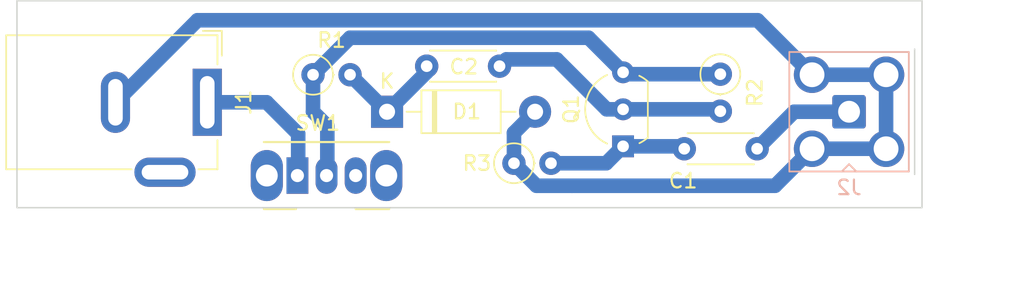
<source format=kicad_pcb>
(kicad_pcb (version 20221018) (generator pcbnew)
  (layers (0 "F.Cu" signal) (31 "B.Cu" signal) (34 "B.Paste" user) (35 "F.Paste" user) (36 "B.SilkS" user "B.Silkscreen") (37 "F.SilkS" user "F.Silkscreen") (38 "B.Mask" user) (39 "F.Mask" user) (44 "Edge.Cuts" user))
  (net 0 "")
  (net 1 "Net-(J2-In)")
  (net 2 "Net-(Q1-E)")
  (net 3 "Net-(Q1-B)")
  (net 4 "Net-(D1-K)")
  (net 5 "GNDD")
  (net 6 "Net-(SW1-A)")
  (net 7 "Net-(Q1-C)")
  (footprint "Diode_THT:D_DO-41_SOD81_P10.16mm_Horizontal" (layer "F.Cu") (at 60.96 71.12)
    (fp_text reference "D1" (at 5.470499 -0.008976) (layer "F.SilkS"))
    (fp_text value "1N4739A")
    (fp_text user "K" (at 0 -2.1) (layer "F.SilkS"))
    (fp_line (start 1.34 0) (end 2.36 0) (stroke (width 0.12)) (layer "F.SilkS"))
    (fp_line (start 2.36 -1.47) (end 2.36 1.47) (stroke (width 0.12)) (layer "F.SilkS"))
    (fp_line (start 2.36 1.47) (end 7.8 1.47) (stroke (width 0.12)) (layer "F.SilkS"))
    (fp_line (start 3.14 -1.47) (end 3.14 1.47) (stroke (width 0.12)) (layer "F.SilkS"))
    (fp_line (start 3.26 -1.47) (end 3.26 1.47) (stroke (width 0.12)) (layer "F.SilkS"))
    (fp_line (start 3.38 -1.47) (end 3.38 1.47) (stroke (width 0.12)) (layer "F.SilkS"))
    (fp_line (start 7.8 -1.47) (end 2.36 -1.47) (stroke (width 0.12)) (layer "F.SilkS"))
    (fp_line (start 7.8 1.47) (end 7.8 -1.47) (stroke (width 0.12)) (layer "F.SilkS"))
    (fp_line (start 8.82 0) (end 7.8 0) (stroke (width 0.12)) (layer "F.SilkS"))
    (pad "1" thru_hole rect (at 0 0) (size 2.2 2.2) (drill 1.1) (layers "*.Cu" "*.Mask") (net 4 "Net-(D1-K)"))
    (pad "2" thru_hole oval (at 10.16 0) (size 2.2 2.2) (drill 1.1) (layers "*.Cu" "*.Mask") (net 5 "GNDD"))
  )
  (footprint "Capacitor_THT:C_Disc_D4.3mm_W1.9mm_P5.00mm" (layer "F.Cu") (at 68.680114 67.991436 180)
    (fp_text reference "C2" (at 2.451025 -0.043203) (layer "F.SilkS"))
    (fp_text value "10nF")
    (fp_line (start 0.23 -1.07) (end 0.23 -1.055) (stroke (width 0.12)) (layer "F.SilkS"))
    (fp_line (start 0.23 -1.07) (end 4.77 -1.07) (stroke (width 0.12)) (layer "F.SilkS"))
    (fp_line (start 0.23 1.055) (end 0.23 1.07) (stroke (width 0.12)) (layer "F.SilkS"))
    (fp_line (start 0.23 1.07) (end 4.77 1.07) (stroke (width 0.12)) (layer "F.SilkS"))
    (fp_line (start 4.77 -1.07) (end 4.77 -1.055) (stroke (width 0.12)) (layer "F.SilkS"))
    (fp_line (start 4.77 1.055) (end 4.77 1.07) (stroke (width 0.12)) (layer "F.SilkS"))
    (pad "1" thru_hole circle (at 0 0 180) (size 1.6 1.6) (drill 0.8) (layers "*.Cu" "*.Mask") (net 3 "Net-(Q1-B)"))
    (pad "2" thru_hole circle (at 5 0 180) (size 1.6 1.6) (drill 0.8) (layers "*.Cu" "*.Mask") (net 4 "Net-(D1-K)"))
  )
  (footprint "Button_Switch_THT:SW_CuK_OS102011MA1QN1_SPDT_Angled" (layer "F.Cu") (at 54.807154 75.499777)
    (fp_text reference "SW1" (at 1.4 -3.6) (layer "F.SilkS"))
    (fp_text value "PWR")
    (fp_line (start -2.3 -2.3) (end 6.3 -2.3) (stroke (width 0.15)) (layer "F.SilkS"))
    (fp_line (start -2.3 2.3) (end -0.1 2.3) (stroke (width 0.15)) (layer "F.SilkS"))
    (fp_line (start 4 2.3) (end 6.3 2.3) (stroke (width 0.15)) (layer "F.SilkS"))
    (pad "" thru_hole oval (at -2.1 0) (size 2.2 3.5) (drill 1.5) (layers "*.Cu" "*.Mask"))
    (pad "" thru_hole oval (at 6.1 0) (size 2.2 3.5) (drill 1.5) (layers "*.Cu" "*.Mask"))
    (pad "1" thru_hole rect (at 0 0) (size 1.5 2.5) (drill 0.9) (layers "*.Cu" "*.Mask") (net 6 "Net-(SW1-A)"))
    (pad "2" thru_hole oval (at 2 0) (size 1.5 2.5) (drill 0.9) (layers "*.Cu" "*.Mask") (net 7 "Net-(Q1-C)"))
    (pad "3" thru_hole oval (at 4 0) (size 1.5 2.5) (drill 0.9) (layers "*.Cu" "*.Mask"))
  )
  (footprint "Resistor_THT:R_Axial_DIN0207_L6.3mm_D2.5mm_P2.54mm_Vertical" (layer "F.Cu") (at 55.88 68.58)
    (fp_text reference "R1" (at 1.27 -2.37) (layer "F.SilkS"))
    (fp_text value "26k")
    (fp_line (start 1.37 0) (end 1.44 0) (stroke (width 0.12)) (layer "F.SilkS"))
    (fp_circle (center 0 0) (end 1.37 0) (stroke (width 0.12)) (fill none) (layer "F.SilkS"))
    (pad "1" thru_hole circle (at 0 0) (size 1.6 1.6) (drill 0.8) (layers "*.Cu" "*.Mask") (net 7 "Net-(Q1-C)"))
    (pad "2" thru_hole oval (at 2.54 0) (size 1.6 1.6) (drill 0.8) (layers "*.Cu" "*.Mask") (net 4 "Net-(D1-K)"))
  )
  (footprint "Resistor_THT:R_Axial_DIN0207_L6.3mm_D2.5mm_P2.54mm_Vertical" (layer "F.Cu") (at 69.670721 74.653668)
    (fp_text reference "R3" (at -2.54 0) (layer "F.SilkS"))
    (fp_text value "820")
    (fp_line (start 1.37 0) (end 1.44 0) (stroke (width 0.12)) (layer "F.SilkS"))
    (fp_circle (center 0 0) (end 1.37 0) (stroke (width 0.12)) (fill none) (layer "F.SilkS"))
    (pad "1" thru_hole circle (at 0 0) (size 1.6 1.6) (drill 0.8) (layers "*.Cu" "*.Mask") (net 5 "GNDD"))
    (pad "2" thru_hole oval (at 2.54 0) (size 1.6 1.6) (drill 0.8) (layers "*.Cu" "*.Mask") (net 2 "Net-(Q1-E)"))
  )
  (footprint "Package_TO_SOT_THT:TO-92L_Inline_Wide" (layer "F.Cu") (at 77.15944 73.492511 90)
    (fp_text reference "Q1" (at 2.54 -3.56 90) (layer "F.SilkS"))
    (fp_text value "2N3904")
    (fp_line (start 0.6 1.7) (end 4.45 1.7) (stroke (width 0.12)) (layer "F.SilkS"))
    (fp_arc (start 0.1836 -1.098807) (mid 1.143021 -2.192817) (end 2.54 -2.6) (stroke (width 0.12)) (layer "F.SilkS"))
    (fp_arc (start 0.6 1.7) (mid 0.389183 1.423933) (end 0.217369 1.122045) (stroke (width 0.12)) (layer "F.SilkS"))
    (fp_arc (start 2.54 -2.6) (mid 3.936979 -2.192818) (end 4.8964 -1.098807) (stroke (width 0.12)) (layer "F.SilkS"))
    (fp_arc (start 4.842383 1.112264) (mid 4.666594 1.419753) (end 4.45 1.7) (stroke (width 0.12)) (layer "F.SilkS"))
    (pad "1" thru_hole rect (at 0 0 90) (size 1.5 1.5) (drill 0.8) (layers "*.Cu" "*.Mask") (net 2 "Net-(Q1-E)"))
    (pad "2" thru_hole circle (at 2.54 0 90) (size 1.5 1.5) (drill 0.8) (layers "*.Cu" "*.Mask") (net 3 "Net-(Q1-B)"))
    (pad "3" thru_hole circle (at 5.08 0 90) (size 1.5 1.5) (drill 0.8) (layers "*.Cu" "*.Mask") (net 7 "Net-(Q1-C)"))
  )
  (footprint "Capacitor_THT:C_Disc_D4.3mm_W1.9mm_P5.00mm" (layer "F.Cu") (at 86.36 73.66 180)
    (fp_text reference "C1" (at 5.08 -2.2) (layer "F.SilkS"))
    (fp_text value "10nF")
    (fp_line (start 0.23 -1.07) (end 0.23 -1.055) (stroke (width 0.12)) (layer "F.SilkS"))
    (fp_line (start 0.23 -1.07) (end 4.77 -1.07) (stroke (width 0.12)) (layer "F.SilkS"))
    (fp_line (start 0.23 1.055) (end 0.23 1.07) (stroke (width 0.12)) (layer "F.SilkS"))
    (fp_line (start 0.23 1.07) (end 4.77 1.07) (stroke (width 0.12)) (layer "F.SilkS"))
    (fp_line (start 4.77 -1.07) (end 4.77 -1.055) (stroke (width 0.12)) (layer "F.SilkS"))
    (fp_line (start 4.77 1.055) (end 4.77 1.07) (stroke (width 0.12)) (layer "F.SilkS"))
    (pad "1" thru_hole circle (at 0 0 180) (size 1.6 1.6) (drill 0.8) (layers "*.Cu" "*.Mask") (net 1 "Net-(J2-In)"))
    (pad "2" thru_hole circle (at 5 0 180) (size 1.6 1.6) (drill 0.8) (layers "*.Cu" "*.Mask") (net 2 "Net-(Q1-E)"))
  )
  (footprint "Resistor_THT:R_Axial_DIN0207_L6.3mm_D2.5mm_P2.54mm_Vertical" (layer "F.Cu") (at 83.834298 68.54212 -90)
    (fp_text reference "R2" (at 1.27 -2.37 90) (layer "F.SilkS"))
    (fp_text value "100k")
    (fp_line (start 1.37 0) (end 1.44 0) (stroke (width 0.12)) (layer "F.SilkS"))
    (fp_circle (center 0 0) (end 1.37 0) (stroke (width 0.12)) (fill none) (layer "F.SilkS"))
    (pad "1" thru_hole circle (at 0 0 270) (size 1.6 1.6) (drill 0.8) (layers "*.Cu" "*.Mask") (net 7 "Net-(Q1-C)"))
    (pad "2" thru_hole oval (at 2.54 0 270) (size 1.6 1.6) (drill 0.8) (layers "*.Cu" "*.Mask") (net 3 "Net-(Q1-B)"))
  )
  (footprint "Connector_BarrelJack:BarrelJack_GCT_DCJ200-10-A_Horizontal" (layer "F.Cu") (at 48.62 70.47 -90)
    (fp_text reference "J1" (at 0 -2.5 90) (layer "F.SilkS"))
    (fp_text value "12VDC")
    (fp_line (start -4.9 -1) (end -4.9 0.3) (stroke (width 0.12)) (layer "F.SilkS"))
    (fp_line (start -4.6 -0.7) (end -2.6 -0.7) (stroke (width 0.12)) (layer "F.SilkS"))
    (fp_line (start -4.6 13.8) (end -4.6 -0.7) (stroke (width 0.12)) (layer "F.SilkS"))
    (fp_line (start -3.2 -1) (end -4.9 -1) (stroke (width 0.12)) (layer "F.SilkS"))
    (fp_line (start 2.6 -0.7) (end 4.6 -0.7) (stroke (width 0.12)) (layer "F.SilkS"))
    (fp_line (start 4.6 -0.7) (end 4.6 0.6) (stroke (width 0.12)) (layer "F.SilkS"))
    (fp_line (start 4.6 5.2) (end 4.6 13.8) (stroke (width 0.12)) (layer "F.SilkS"))
    (fp_line (start 4.6 13.8) (end -4.6 13.8) (stroke (width 0.12)) (layer "F.SilkS"))
    (pad "1" thru_hole rect (at 0 0 270) (size 4.6 2) (drill oval 3.6 1) (layers "*.Cu" "*.Mask") (net 6 "Net-(SW1-A)"))
    (pad "2" thru_hole oval (at 0 6.3 270) (size 4.2 2) (drill oval 3.2 1) (layers "*.Cu" "*.Mask") (net 5 "GNDD"))
    (pad "3" thru_hole oval (at 4.8 2.9 270) (size 2 4.2) (drill oval 1 3.2) (layers "*.Cu" "*.Mask"))
  )
  (footprint "Connector_Coaxial:SMA_Amphenol_901-143_Horizontal" (layer "B.Cu") (at 92.67 71.12 90)
    (fp_text reference "J2" (at -5.2 0) (layer "B.SilkS") (effects (justify mirror)))
    (fp_text value "OUT")
    (fp_line (start -4.1 -4.1) (end 4.1 -4.1) (stroke (width 0.12)) (layer "B.SilkS"))
    (fp_line (start -4.1 -0.5) (end -3.6 0) (stroke (width 0.12)) (layer "B.SilkS"))
    (fp_line (start -4.1 4.1) (end -4.1 -4.1) (stroke (width 0.12)) (layer "B.SilkS"))
    (fp_line (start -4.1 4.1) (end 4.1 4.1) (stroke (width 0.12)) (layer "B.SilkS"))
    (fp_line (start -3.6 0) (end -4.1 0.5) (stroke (width 0.12)) (layer "B.SilkS"))
    (fp_line (start 4.1 4.1) (end 4.1 -4.1) (stroke (width 0.12)) (layer "B.SilkS"))
    (fp_line (start 4.3 4.5) (end -4.3 4.5) (stroke (width 0.1)) (layer "Edge.Cuts"))
    (pad "1" thru_hole roundrect (at 0 0 90) (size 2.3 2.3) (drill 1.5) (layers "*.Cu" "*.Mask") (roundrect_rratio 0.087) (net 1 "Net-(J2-In)"))
    (pad "2" thru_hole circle (at -2.54 -2.54 90) (size 2.5 2.5) (drill 1.7) (layers "*.Cu" "*.Mask") (net 5 "GNDD"))
    (pad "2" thru_hole circle (at -2.54 2.54 90) (size 2.5 2.5) (drill 1.7) (layers "*.Cu" "*.Mask") (net 5 "GNDD"))
    (pad "2" thru_hole circle (at 2.54 -2.54 90) (size 2.5 2.5) (drill 1.7) (layers "*.Cu" "*.Mask") (net 5 "GNDD"))
    (pad "2" thru_hole circle (at 2.54 2.54 90) (size 2.5 2.5) (drill 1.7) (layers "*.Cu" "*.Mask") (net 5 "GNDD"))
  )
  (gr_rect (start 35.56 63.5) (end 97.677198 77.703128) (stroke (width 0.1)) (fill none) (layer "Edge.Cuts"))
  (segment (start 86.36 73.66) (end 88.9 71.12) (width 1) (layer "B.Cu") (net 1))
  (segment (start 88.9 71.12) (end 92.67 71.12) (width 1) (layer "B.Cu") (net 1))
  (segment (start 77.15944 73.492511) (end 81.192511 73.492511) (width 1) (layer "B.Cu") (net 2))
  (segment (start 72.210721 74.653668) (end 75.998283 74.653668) (width 1) (layer "B.Cu") (net 2))
  (segment (start 81.192511 73.492511) (end 81.36 73.66) (width 1) (layer "B.Cu") (net 2))
  (segment (start 75.998283 74.653668) (end 77.15944 73.492511) (width 1) (layer "B.Cu") (net 2))
  (segment (start 69.146372 67.525178) (end 68.680114 67.991436) (width 1) (layer "B.Cu") (net 3))
  (segment (start 72.605178 67.525178) (end 69.146372 67.525178) (width 1) (layer "B.Cu") (net 3))
  (segment (start 77.15944 70.952511) (end 83.704689 70.952511) (width 1) (layer "B.Cu") (net 3))
  (segment (start 77.15944 70.952511) (end 76.032511 70.952511) (width 1) (layer "B.Cu") (net 3))
  (segment (start 83.704689 70.952511) (end 83.834298 71.08212) (width 1) (layer "B.Cu") (net 3))
  (segment (start 76.032511 70.952511) (end 72.605178 67.525178) (width 1) (layer "B.Cu") (net 3))
  (segment (start 63.680114 67.991436) (end 63.680114 68.399886) (width 1) (layer "B.Cu") (net 4))
  (segment (start 63.680114 68.399886) (end 60.96 71.12) (width 1) (layer "B.Cu") (net 4))
  (segment (start 58.42 68.58) (end 60.96 71.12) (width 1) (layer "B.Cu") (net 4))
  (segment (start 87.59 76.2) (end 73.66 76.2) (width 1) (layer "B.Cu") (net 5))
  (segment (start 71.217053 76.2) (end 73.66 76.2) (width 1) (layer "B.Cu") (net 5))
  (segment (start 69.670721 72.569279) (end 71.12 71.12) (width 1) (layer "B.Cu") (net 5))
  (segment (start 69.670721 74.653668) (end 71.217053 76.2) (width 1) (layer "B.Cu") (net 5))
  (segment (start 86.39 64.84) (end 90.13 68.58) (width 1) (layer "B.Cu") (net 5))
  (segment (start 90.13 68.58) (end 95.21 68.58) (width 1) (layer "B.Cu") (net 5))
  (segment (start 90.13 73.66) (end 87.59 76.2) (width 1) (layer "B.Cu") (net 5))
  (segment (start 90.13 73.66) (end 95.21 73.66) (width 1) (layer "B.Cu") (net 5))
  (segment (start 69.670721 74.653668) (end 69.670721 72.569279) (width 1) (layer "B.Cu") (net 5))
  (segment (start 47.95 64.84) (end 86.39 64.84) (width 1) (layer "B.Cu") (net 5))
  (segment (start 42.32 70.47) (end 47.95 64.84) (width 1) (layer "B.Cu") (net 5))
  (segment (start 95.21 68.58) (end 95.21 73.66) (width 1) (layer "B.Cu") (net 5))
  (segment (start 48.62 70.47) (end 52.69 70.47) (width 1) (layer "B.Cu") (net 6))
  (segment (start 54.86 72.64) (end 54.86 75.446931) (width 1) (layer "B.Cu") (net 6))
  (segment (start 52.69 70.47) (end 54.86 72.64) (width 1) (layer "B.Cu") (net 6))
  (segment (start 54.86 75.446931) (end 54.807154 75.499777) (width 1) (layer "B.Cu") (net 6))
  (segment (start 55.88 68.58) (end 58.42 66.04) (width 1) (layer "B.Cu") (net 7))
  (segment (start 77.289049 68.54212) (end 77.15944 68.412511) (width 1) (layer "B.Cu") (net 7))
  (segment (start 74.786929 66.04) (end 77.15944 68.412511) (width 1) (layer "B.Cu") (net 7))
  (segment (start 56.807154 75.499777) (end 56.86 75.446931) (width 1) (layer "B.Cu") (net 7))
  (segment (start 56.86 72.1) (end 55.88 71.12) (width 1) (layer "B.Cu") (net 7))
  (segment (start 55.88 71.12) (end 55.88 68.58) (width 1) (layer "B.Cu") (net 7))
  (segment (start 56.86 75.446931) (end 56.86 72.1) (width 1) (layer "B.Cu") (net 7))
  (segment (start 83.834298 68.54212) (end 77.289049 68.54212) (width 1) (layer "B.Cu") (net 7))
  (segment (start 58.42 66.04) (end 74.786929 66.04) (width 1) (layer "B.Cu") (net 7))
)
</source>
